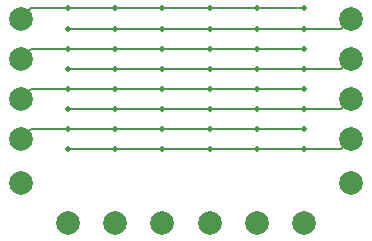
<source format=gbl>
%TF.GenerationSoftware,KiCad,Pcbnew,(5.1.9)-1*%
%TF.CreationDate,2022-09-01T14:45:20+02:00*%
%TF.ProjectId,decode,6465636f-6465-42e6-9b69-6361645f7063,rev?*%
%TF.SameCoordinates,Original*%
%TF.FileFunction,Copper,L2,Bot*%
%TF.FilePolarity,Positive*%
%FSLAX46Y46*%
G04 Gerber Fmt 4.6, Leading zero omitted, Abs format (unit mm)*
G04 Created by KiCad (PCBNEW (5.1.9)-1) date 2022-09-01 14:45:20*
%MOMM*%
%LPD*%
G01*
G04 APERTURE LIST*
%TA.AperFunction,ComponentPad*%
%ADD10C,2.000000*%
%TD*%
%TA.AperFunction,ViaPad*%
%ADD11C,0.500000*%
%TD*%
%TA.AperFunction,Conductor*%
%ADD12C,0.200000*%
%TD*%
G04 APERTURE END LIST*
D10*
%TO.P,TP16,1*%
%TO.N,/I5*%
X184000000Y-69200000D03*
%TD*%
%TO.P,TP14,1*%
%TO.N,/I0-3*%
X156000000Y-69200000D03*
%TD*%
%TO.P,TP13,1*%
%TO.N,/C5*%
X180000000Y-72600000D03*
%TD*%
%TO.P,TP12,1*%
%TO.N,/C4*%
X176000000Y-72600000D03*
%TD*%
%TO.P,TP11,1*%
%TO.N,/C3*%
X172000000Y-72600000D03*
%TD*%
%TO.P,TP10,1*%
%TO.N,/C2*%
X168000000Y-72600000D03*
%TD*%
%TO.P,TP9,1*%
%TO.N,/C1*%
X164000000Y-72600000D03*
%TD*%
%TO.P,TP8,1*%
%TO.N,/C0*%
X160000000Y-72600000D03*
%TD*%
%TO.P,TP7,1*%
%TO.N,/Y7*%
X184000000Y-65450000D03*
%TD*%
%TO.P,TP6,1*%
%TO.N,/Y6*%
X156000000Y-65450000D03*
%TD*%
%TO.P,TP5,1*%
%TO.N,/Y5*%
X184000000Y-62050000D03*
%TD*%
%TO.P,TP4,1*%
%TO.N,/Y4*%
X156000000Y-62050000D03*
%TD*%
%TO.P,TP3,1*%
%TO.N,/Y3*%
X184000000Y-58650000D03*
%TD*%
%TO.P,TP2,1*%
%TO.N,/Y2*%
X156000000Y-58650000D03*
%TD*%
%TO.P,TP1,1*%
%TO.N,/Y1*%
X184000000Y-55250000D03*
%TD*%
%TO.P,TP0,1*%
%TO.N,/Y0*%
X156000000Y-55250000D03*
%TD*%
D11*
%TO.N,/Y0*%
X160000000Y-54400000D03*
X164000000Y-54400000D03*
X168000000Y-54400000D03*
X172000000Y-54400000D03*
X176000000Y-54400000D03*
X180000000Y-54400000D03*
%TO.N,/Y1*%
X160000000Y-56100000D03*
X164000000Y-56100000D03*
X168000000Y-56100000D03*
X172000000Y-56100000D03*
X176000000Y-56100000D03*
X180000000Y-56100000D03*
%TO.N,/Y2*%
X160000000Y-57800000D03*
X164000000Y-57800000D03*
X168000000Y-57800000D03*
X172000000Y-57800000D03*
X176000000Y-57800000D03*
X180000000Y-57800000D03*
%TO.N,/Y3*%
X160000000Y-59500000D03*
X164000000Y-59500000D03*
X168000000Y-59500000D03*
X172000000Y-59500000D03*
X176000000Y-59500000D03*
X180000000Y-59500000D03*
%TO.N,/Y4*%
X160000000Y-61200000D03*
X164000000Y-61200000D03*
X168000000Y-61200000D03*
X172000000Y-61200000D03*
X176000000Y-61200000D03*
X180000000Y-61200000D03*
%TO.N,/Y5*%
X160000000Y-62900000D03*
X164000000Y-62900000D03*
X168000000Y-62900000D03*
X172000000Y-62900000D03*
X176000000Y-62900000D03*
X180000000Y-62900000D03*
%TO.N,/Y6*%
X160000000Y-64600000D03*
X164000000Y-64600000D03*
X168000000Y-64600000D03*
X172000000Y-64600000D03*
X176000000Y-64600000D03*
X180000000Y-64600000D03*
%TO.N,/Y7*%
X160000000Y-66300000D03*
X164000000Y-66300000D03*
X168000000Y-66300000D03*
X172000000Y-66300000D03*
X176000000Y-66300000D03*
X180000000Y-66300000D03*
%TD*%
D12*
%TO.N,/Y0*%
X160000000Y-54400000D02*
X164000000Y-54400000D01*
X164000000Y-54400000D02*
X168000000Y-54400000D01*
X168000000Y-54400000D02*
X172000000Y-54400000D01*
X172000000Y-54400000D02*
X176000000Y-54400000D01*
X176000000Y-54400000D02*
X180000000Y-54400000D01*
%TO.N,/Y1*%
X160000000Y-56100000D02*
X164000000Y-56100000D01*
X164000000Y-56100000D02*
X168000000Y-56100000D01*
X168000000Y-56100000D02*
X172000000Y-56100000D01*
X172000000Y-56100000D02*
X176000000Y-56100000D01*
X176000000Y-56100000D02*
X180000000Y-56100000D01*
%TO.N,/Y2*%
X160000000Y-57800000D02*
X164000000Y-57800000D01*
X164000000Y-57800000D02*
X168000000Y-57800000D01*
X168000000Y-57800000D02*
X172000000Y-57800000D01*
X172000000Y-57800000D02*
X176000000Y-57800000D01*
X176000000Y-57800000D02*
X180000000Y-57800000D01*
%TO.N,/Y3*%
X160000000Y-59500000D02*
X164000000Y-59500000D01*
X164000000Y-59500000D02*
X168000000Y-59500000D01*
X168000000Y-59500000D02*
X172000000Y-59500000D01*
X172000000Y-59500000D02*
X176000000Y-59500000D01*
X176000000Y-59500000D02*
X180000000Y-59500000D01*
%TO.N,/Y4*%
X160000000Y-61200000D02*
X164000000Y-61200000D01*
X164000000Y-61200000D02*
X168000000Y-61200000D01*
X168000000Y-61200000D02*
X172000000Y-61200000D01*
X172000000Y-61200000D02*
X176000000Y-61200000D01*
X176000000Y-61200000D02*
X180000000Y-61200000D01*
%TO.N,/Y5*%
X160000000Y-62900000D02*
X164000000Y-62900000D01*
X164000000Y-62900000D02*
X168000000Y-62900000D01*
X168000000Y-62900000D02*
X172000000Y-62900000D01*
X172000000Y-62900000D02*
X176000000Y-62900000D01*
X176000000Y-62900000D02*
X180000000Y-62900000D01*
%TO.N,/Y6*%
X160000000Y-64600000D02*
X164000000Y-64600000D01*
X164000000Y-64600000D02*
X168000000Y-64600000D01*
X168000000Y-64600000D02*
X172000000Y-64600000D01*
X172000000Y-64600000D02*
X176000000Y-64600000D01*
X176000000Y-64600000D02*
X180000000Y-64600000D01*
%TO.N,/Y7*%
X160000000Y-66300000D02*
X164000000Y-66300000D01*
X164000000Y-66300000D02*
X168000000Y-66300000D01*
X168000000Y-66300000D02*
X172000000Y-66300000D01*
X172000000Y-66300000D02*
X176000000Y-66300000D01*
X176000000Y-66300000D02*
X180000000Y-66300000D01*
%TO.N,/Y0*%
X156850000Y-54400000D02*
X156000000Y-55250000D01*
X160000000Y-54400000D02*
X156850000Y-54400000D01*
%TO.N,/Y1*%
X183150000Y-56100000D02*
X184000000Y-55250000D01*
X180000000Y-56100000D02*
X183150000Y-56100000D01*
%TO.N,/Y2*%
X156850000Y-57800000D02*
X156000000Y-58650000D01*
X160000000Y-57800000D02*
X156850000Y-57800000D01*
%TO.N,/Y3*%
X183150000Y-59500000D02*
X184000000Y-58650000D01*
X180000000Y-59500000D02*
X183150000Y-59500000D01*
%TO.N,/Y4*%
X156850000Y-61200000D02*
X156000000Y-62050000D01*
X160000000Y-61200000D02*
X156850000Y-61200000D01*
%TO.N,/Y5*%
X183150000Y-62900000D02*
X184000000Y-62050000D01*
X180000000Y-62900000D02*
X183150000Y-62900000D01*
%TO.N,/Y6*%
X156850000Y-64600000D02*
X156000000Y-65450000D01*
X160000000Y-64600000D02*
X156850000Y-64600000D01*
%TO.N,/Y7*%
X183150000Y-66300000D02*
X184000000Y-65450000D01*
X180000000Y-66300000D02*
X183150000Y-66300000D01*
%TD*%
M02*

</source>
